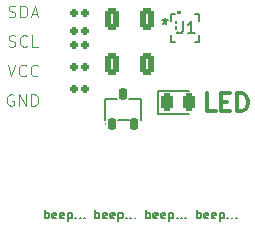
<source format=gbr>
%TF.GenerationSoftware,KiCad,Pcbnew,9.0.0*%
%TF.CreationDate,2025-10-01T23:53:17-07:00*%
%TF.ProjectId,gc10nxbaro,67633130-6e78-4626-9172-6f2e6b696361,rev?*%
%TF.SameCoordinates,Original*%
%TF.FileFunction,Legend,Top*%
%TF.FilePolarity,Positive*%
%FSLAX46Y46*%
G04 Gerber Fmt 4.6, Leading zero omitted, Abs format (unit mm)*
G04 Created by KiCad (PCBNEW 9.0.0) date 2025-10-01 23:53:17*
%MOMM*%
%LPD*%
G01*
G04 APERTURE LIST*
G04 Aperture macros list*
%AMRoundRect*
0 Rectangle with rounded corners*
0 $1 Rounding radius*
0 $2 $3 $4 $5 $6 $7 $8 $9 X,Y pos of 4 corners*
0 Add a 4 corners polygon primitive as box body*
4,1,4,$2,$3,$4,$5,$6,$7,$8,$9,$2,$3,0*
0 Add four circle primitives for the rounded corners*
1,1,$1+$1,$2,$3*
1,1,$1+$1,$4,$5*
1,1,$1+$1,$6,$7*
1,1,$1+$1,$8,$9*
0 Add four rect primitives between the rounded corners*
20,1,$1+$1,$2,$3,$4,$5,0*
20,1,$1+$1,$4,$5,$6,$7,0*
20,1,$1+$1,$6,$7,$8,$9,0*
20,1,$1+$1,$8,$9,$2,$3,0*%
G04 Aperture macros list end*
%ADD10C,0.100000*%
%ADD11C,0.187500*%
%ADD12C,0.300000*%
%ADD13C,0.150000*%
%ADD14C,0.152400*%
%ADD15C,0.000000*%
%ADD16RoundRect,0.159000X-0.159000X-0.189000X0.159000X-0.189000X0.159000X0.189000X-0.159000X0.189000X0*%
%ADD17RoundRect,0.266521X-0.346479X-0.671479X0.346479X-0.671479X0.346479X0.671479X-0.346479X0.671479X0*%
%ADD18RoundRect,0.261500X-0.261500X-0.476500X0.261500X-0.476500X0.261500X0.476500X-0.261500X0.476500X0*%
%ADD19RoundRect,0.159000X0.159000X0.189000X-0.159000X0.189000X-0.159000X-0.189000X0.159000X-0.189000X0*%
%ADD20C,2.200000*%
%ADD21RoundRect,0.150000X-0.150000X0.385000X-0.150000X-0.385000X0.150000X-0.385000X0.150000X0.385000X0*%
%ADD22R,0.279400X0.254000*%
%ADD23R,0.254000X0.279400*%
%ADD24R,1.700000X1.700000*%
%ADD25O,1.700000X1.700000*%
G04 APERTURE END LIST*
D10*
X128756265Y-68824800D02*
X128899122Y-68872419D01*
X128899122Y-68872419D02*
X129137217Y-68872419D01*
X129137217Y-68872419D02*
X129232455Y-68824800D01*
X129232455Y-68824800D02*
X129280074Y-68777180D01*
X129280074Y-68777180D02*
X129327693Y-68681942D01*
X129327693Y-68681942D02*
X129327693Y-68586704D01*
X129327693Y-68586704D02*
X129280074Y-68491466D01*
X129280074Y-68491466D02*
X129232455Y-68443847D01*
X129232455Y-68443847D02*
X129137217Y-68396228D01*
X129137217Y-68396228D02*
X128946741Y-68348609D01*
X128946741Y-68348609D02*
X128851503Y-68300990D01*
X128851503Y-68300990D02*
X128803884Y-68253371D01*
X128803884Y-68253371D02*
X128756265Y-68158133D01*
X128756265Y-68158133D02*
X128756265Y-68062895D01*
X128756265Y-68062895D02*
X128803884Y-67967657D01*
X128803884Y-67967657D02*
X128851503Y-67920038D01*
X128851503Y-67920038D02*
X128946741Y-67872419D01*
X128946741Y-67872419D02*
X129184836Y-67872419D01*
X129184836Y-67872419D02*
X129327693Y-67920038D01*
X130327693Y-68777180D02*
X130280074Y-68824800D01*
X130280074Y-68824800D02*
X130137217Y-68872419D01*
X130137217Y-68872419D02*
X130041979Y-68872419D01*
X130041979Y-68872419D02*
X129899122Y-68824800D01*
X129899122Y-68824800D02*
X129803884Y-68729561D01*
X129803884Y-68729561D02*
X129756265Y-68634323D01*
X129756265Y-68634323D02*
X129708646Y-68443847D01*
X129708646Y-68443847D02*
X129708646Y-68300990D01*
X129708646Y-68300990D02*
X129756265Y-68110514D01*
X129756265Y-68110514D02*
X129803884Y-68015276D01*
X129803884Y-68015276D02*
X129899122Y-67920038D01*
X129899122Y-67920038D02*
X130041979Y-67872419D01*
X130041979Y-67872419D02*
X130137217Y-67872419D01*
X130137217Y-67872419D02*
X130280074Y-67920038D01*
X130280074Y-67920038D02*
X130327693Y-67967657D01*
X131232455Y-68872419D02*
X130756265Y-68872419D01*
X130756265Y-68872419D02*
X130756265Y-67872419D01*
X129157693Y-72920038D02*
X129062455Y-72872419D01*
X129062455Y-72872419D02*
X128919598Y-72872419D01*
X128919598Y-72872419D02*
X128776741Y-72920038D01*
X128776741Y-72920038D02*
X128681503Y-73015276D01*
X128681503Y-73015276D02*
X128633884Y-73110514D01*
X128633884Y-73110514D02*
X128586265Y-73300990D01*
X128586265Y-73300990D02*
X128586265Y-73443847D01*
X128586265Y-73443847D02*
X128633884Y-73634323D01*
X128633884Y-73634323D02*
X128681503Y-73729561D01*
X128681503Y-73729561D02*
X128776741Y-73824800D01*
X128776741Y-73824800D02*
X128919598Y-73872419D01*
X128919598Y-73872419D02*
X129014836Y-73872419D01*
X129014836Y-73872419D02*
X129157693Y-73824800D01*
X129157693Y-73824800D02*
X129205312Y-73777180D01*
X129205312Y-73777180D02*
X129205312Y-73443847D01*
X129205312Y-73443847D02*
X129014836Y-73443847D01*
X129633884Y-73872419D02*
X129633884Y-72872419D01*
X129633884Y-72872419D02*
X130205312Y-73872419D01*
X130205312Y-73872419D02*
X130205312Y-72872419D01*
X130681503Y-73872419D02*
X130681503Y-72872419D01*
X130681503Y-72872419D02*
X130919598Y-72872419D01*
X130919598Y-72872419D02*
X131062455Y-72920038D01*
X131062455Y-72920038D02*
X131157693Y-73015276D01*
X131157693Y-73015276D02*
X131205312Y-73110514D01*
X131205312Y-73110514D02*
X131252931Y-73300990D01*
X131252931Y-73300990D02*
X131252931Y-73443847D01*
X131252931Y-73443847D02*
X131205312Y-73634323D01*
X131205312Y-73634323D02*
X131157693Y-73729561D01*
X131157693Y-73729561D02*
X131062455Y-73824800D01*
X131062455Y-73824800D02*
X130919598Y-73872419D01*
X130919598Y-73872419D02*
X130681503Y-73872419D01*
X128661027Y-70372419D02*
X128994360Y-71372419D01*
X128994360Y-71372419D02*
X129327693Y-70372419D01*
X130232455Y-71277180D02*
X130184836Y-71324800D01*
X130184836Y-71324800D02*
X130041979Y-71372419D01*
X130041979Y-71372419D02*
X129946741Y-71372419D01*
X129946741Y-71372419D02*
X129803884Y-71324800D01*
X129803884Y-71324800D02*
X129708646Y-71229561D01*
X129708646Y-71229561D02*
X129661027Y-71134323D01*
X129661027Y-71134323D02*
X129613408Y-70943847D01*
X129613408Y-70943847D02*
X129613408Y-70800990D01*
X129613408Y-70800990D02*
X129661027Y-70610514D01*
X129661027Y-70610514D02*
X129708646Y-70515276D01*
X129708646Y-70515276D02*
X129803884Y-70420038D01*
X129803884Y-70420038D02*
X129946741Y-70372419D01*
X129946741Y-70372419D02*
X130041979Y-70372419D01*
X130041979Y-70372419D02*
X130184836Y-70420038D01*
X130184836Y-70420038D02*
X130232455Y-70467657D01*
X131232455Y-71277180D02*
X131184836Y-71324800D01*
X131184836Y-71324800D02*
X131041979Y-71372419D01*
X131041979Y-71372419D02*
X130946741Y-71372419D01*
X130946741Y-71372419D02*
X130803884Y-71324800D01*
X130803884Y-71324800D02*
X130708646Y-71229561D01*
X130708646Y-71229561D02*
X130661027Y-71134323D01*
X130661027Y-71134323D02*
X130613408Y-70943847D01*
X130613408Y-70943847D02*
X130613408Y-70800990D01*
X130613408Y-70800990D02*
X130661027Y-70610514D01*
X130661027Y-70610514D02*
X130708646Y-70515276D01*
X130708646Y-70515276D02*
X130803884Y-70420038D01*
X130803884Y-70420038D02*
X130946741Y-70372419D01*
X130946741Y-70372419D02*
X131041979Y-70372419D01*
X131041979Y-70372419D02*
X131184836Y-70420038D01*
X131184836Y-70420038D02*
X131232455Y-70467657D01*
X128756265Y-66324800D02*
X128899122Y-66372419D01*
X128899122Y-66372419D02*
X129137217Y-66372419D01*
X129137217Y-66372419D02*
X129232455Y-66324800D01*
X129232455Y-66324800D02*
X129280074Y-66277180D01*
X129280074Y-66277180D02*
X129327693Y-66181942D01*
X129327693Y-66181942D02*
X129327693Y-66086704D01*
X129327693Y-66086704D02*
X129280074Y-65991466D01*
X129280074Y-65991466D02*
X129232455Y-65943847D01*
X129232455Y-65943847D02*
X129137217Y-65896228D01*
X129137217Y-65896228D02*
X128946741Y-65848609D01*
X128946741Y-65848609D02*
X128851503Y-65800990D01*
X128851503Y-65800990D02*
X128803884Y-65753371D01*
X128803884Y-65753371D02*
X128756265Y-65658133D01*
X128756265Y-65658133D02*
X128756265Y-65562895D01*
X128756265Y-65562895D02*
X128803884Y-65467657D01*
X128803884Y-65467657D02*
X128851503Y-65420038D01*
X128851503Y-65420038D02*
X128946741Y-65372419D01*
X128946741Y-65372419D02*
X129184836Y-65372419D01*
X129184836Y-65372419D02*
X129327693Y-65420038D01*
X129756265Y-66372419D02*
X129756265Y-65372419D01*
X129756265Y-65372419D02*
X129994360Y-65372419D01*
X129994360Y-65372419D02*
X130137217Y-65420038D01*
X130137217Y-65420038D02*
X130232455Y-65515276D01*
X130232455Y-65515276D02*
X130280074Y-65610514D01*
X130280074Y-65610514D02*
X130327693Y-65800990D01*
X130327693Y-65800990D02*
X130327693Y-65943847D01*
X130327693Y-65943847D02*
X130280074Y-66134323D01*
X130280074Y-66134323D02*
X130232455Y-66229561D01*
X130232455Y-66229561D02*
X130137217Y-66324800D01*
X130137217Y-66324800D02*
X129994360Y-66372419D01*
X129994360Y-66372419D02*
X129756265Y-66372419D01*
X130708646Y-66086704D02*
X131184836Y-66086704D01*
X130613408Y-66372419D02*
X130946741Y-65372419D01*
X130946741Y-65372419D02*
X131280074Y-66372419D01*
D11*
X131801926Y-83398464D02*
X131801926Y-82648464D01*
X131801926Y-82934178D02*
X131873355Y-82898464D01*
X131873355Y-82898464D02*
X132016212Y-82898464D01*
X132016212Y-82898464D02*
X132087640Y-82934178D01*
X132087640Y-82934178D02*
X132123355Y-82969892D01*
X132123355Y-82969892D02*
X132159069Y-83041321D01*
X132159069Y-83041321D02*
X132159069Y-83255607D01*
X132159069Y-83255607D02*
X132123355Y-83327035D01*
X132123355Y-83327035D02*
X132087640Y-83362750D01*
X132087640Y-83362750D02*
X132016212Y-83398464D01*
X132016212Y-83398464D02*
X131873355Y-83398464D01*
X131873355Y-83398464D02*
X131801926Y-83362750D01*
X132766211Y-83362750D02*
X132694783Y-83398464D01*
X132694783Y-83398464D02*
X132551926Y-83398464D01*
X132551926Y-83398464D02*
X132480497Y-83362750D01*
X132480497Y-83362750D02*
X132444783Y-83291321D01*
X132444783Y-83291321D02*
X132444783Y-83005607D01*
X132444783Y-83005607D02*
X132480497Y-82934178D01*
X132480497Y-82934178D02*
X132551926Y-82898464D01*
X132551926Y-82898464D02*
X132694783Y-82898464D01*
X132694783Y-82898464D02*
X132766211Y-82934178D01*
X132766211Y-82934178D02*
X132801926Y-83005607D01*
X132801926Y-83005607D02*
X132801926Y-83077035D01*
X132801926Y-83077035D02*
X132444783Y-83148464D01*
X133409068Y-83362750D02*
X133337640Y-83398464D01*
X133337640Y-83398464D02*
X133194783Y-83398464D01*
X133194783Y-83398464D02*
X133123354Y-83362750D01*
X133123354Y-83362750D02*
X133087640Y-83291321D01*
X133087640Y-83291321D02*
X133087640Y-83005607D01*
X133087640Y-83005607D02*
X133123354Y-82934178D01*
X133123354Y-82934178D02*
X133194783Y-82898464D01*
X133194783Y-82898464D02*
X133337640Y-82898464D01*
X133337640Y-82898464D02*
X133409068Y-82934178D01*
X133409068Y-82934178D02*
X133444783Y-83005607D01*
X133444783Y-83005607D02*
X133444783Y-83077035D01*
X133444783Y-83077035D02*
X133087640Y-83148464D01*
X133766211Y-82898464D02*
X133766211Y-83648464D01*
X133766211Y-82934178D02*
X133837640Y-82898464D01*
X133837640Y-82898464D02*
X133980497Y-82898464D01*
X133980497Y-82898464D02*
X134051925Y-82934178D01*
X134051925Y-82934178D02*
X134087640Y-82969892D01*
X134087640Y-82969892D02*
X134123354Y-83041321D01*
X134123354Y-83041321D02*
X134123354Y-83255607D01*
X134123354Y-83255607D02*
X134087640Y-83327035D01*
X134087640Y-83327035D02*
X134051925Y-83362750D01*
X134051925Y-83362750D02*
X133980497Y-83398464D01*
X133980497Y-83398464D02*
X133837640Y-83398464D01*
X133837640Y-83398464D02*
X133766211Y-83362750D01*
X134444782Y-83327035D02*
X134480496Y-83362750D01*
X134480496Y-83362750D02*
X134444782Y-83398464D01*
X134444782Y-83398464D02*
X134409068Y-83362750D01*
X134409068Y-83362750D02*
X134444782Y-83327035D01*
X134444782Y-83327035D02*
X134444782Y-83398464D01*
X134801925Y-83327035D02*
X134837639Y-83362750D01*
X134837639Y-83362750D02*
X134801925Y-83398464D01*
X134801925Y-83398464D02*
X134766211Y-83362750D01*
X134766211Y-83362750D02*
X134801925Y-83327035D01*
X134801925Y-83327035D02*
X134801925Y-83398464D01*
X135159068Y-83327035D02*
X135194782Y-83362750D01*
X135194782Y-83362750D02*
X135159068Y-83398464D01*
X135159068Y-83398464D02*
X135123354Y-83362750D01*
X135123354Y-83362750D02*
X135159068Y-83327035D01*
X135159068Y-83327035D02*
X135159068Y-83398464D01*
X136087640Y-83398464D02*
X136087640Y-82648464D01*
X136087640Y-82934178D02*
X136159069Y-82898464D01*
X136159069Y-82898464D02*
X136301926Y-82898464D01*
X136301926Y-82898464D02*
X136373354Y-82934178D01*
X136373354Y-82934178D02*
X136409069Y-82969892D01*
X136409069Y-82969892D02*
X136444783Y-83041321D01*
X136444783Y-83041321D02*
X136444783Y-83255607D01*
X136444783Y-83255607D02*
X136409069Y-83327035D01*
X136409069Y-83327035D02*
X136373354Y-83362750D01*
X136373354Y-83362750D02*
X136301926Y-83398464D01*
X136301926Y-83398464D02*
X136159069Y-83398464D01*
X136159069Y-83398464D02*
X136087640Y-83362750D01*
X137051925Y-83362750D02*
X136980497Y-83398464D01*
X136980497Y-83398464D02*
X136837640Y-83398464D01*
X136837640Y-83398464D02*
X136766211Y-83362750D01*
X136766211Y-83362750D02*
X136730497Y-83291321D01*
X136730497Y-83291321D02*
X136730497Y-83005607D01*
X136730497Y-83005607D02*
X136766211Y-82934178D01*
X136766211Y-82934178D02*
X136837640Y-82898464D01*
X136837640Y-82898464D02*
X136980497Y-82898464D01*
X136980497Y-82898464D02*
X137051925Y-82934178D01*
X137051925Y-82934178D02*
X137087640Y-83005607D01*
X137087640Y-83005607D02*
X137087640Y-83077035D01*
X137087640Y-83077035D02*
X136730497Y-83148464D01*
X137694782Y-83362750D02*
X137623354Y-83398464D01*
X137623354Y-83398464D02*
X137480497Y-83398464D01*
X137480497Y-83398464D02*
X137409068Y-83362750D01*
X137409068Y-83362750D02*
X137373354Y-83291321D01*
X137373354Y-83291321D02*
X137373354Y-83005607D01*
X137373354Y-83005607D02*
X137409068Y-82934178D01*
X137409068Y-82934178D02*
X137480497Y-82898464D01*
X137480497Y-82898464D02*
X137623354Y-82898464D01*
X137623354Y-82898464D02*
X137694782Y-82934178D01*
X137694782Y-82934178D02*
X137730497Y-83005607D01*
X137730497Y-83005607D02*
X137730497Y-83077035D01*
X137730497Y-83077035D02*
X137373354Y-83148464D01*
X138051925Y-82898464D02*
X138051925Y-83648464D01*
X138051925Y-82934178D02*
X138123354Y-82898464D01*
X138123354Y-82898464D02*
X138266211Y-82898464D01*
X138266211Y-82898464D02*
X138337639Y-82934178D01*
X138337639Y-82934178D02*
X138373354Y-82969892D01*
X138373354Y-82969892D02*
X138409068Y-83041321D01*
X138409068Y-83041321D02*
X138409068Y-83255607D01*
X138409068Y-83255607D02*
X138373354Y-83327035D01*
X138373354Y-83327035D02*
X138337639Y-83362750D01*
X138337639Y-83362750D02*
X138266211Y-83398464D01*
X138266211Y-83398464D02*
X138123354Y-83398464D01*
X138123354Y-83398464D02*
X138051925Y-83362750D01*
X138730496Y-83327035D02*
X138766210Y-83362750D01*
X138766210Y-83362750D02*
X138730496Y-83398464D01*
X138730496Y-83398464D02*
X138694782Y-83362750D01*
X138694782Y-83362750D02*
X138730496Y-83327035D01*
X138730496Y-83327035D02*
X138730496Y-83398464D01*
X139087639Y-83327035D02*
X139123353Y-83362750D01*
X139123353Y-83362750D02*
X139087639Y-83398464D01*
X139087639Y-83398464D02*
X139051925Y-83362750D01*
X139051925Y-83362750D02*
X139087639Y-83327035D01*
X139087639Y-83327035D02*
X139087639Y-83398464D01*
X139444782Y-83327035D02*
X139480496Y-83362750D01*
X139480496Y-83362750D02*
X139444782Y-83398464D01*
X139444782Y-83398464D02*
X139409068Y-83362750D01*
X139409068Y-83362750D02*
X139444782Y-83327035D01*
X139444782Y-83327035D02*
X139444782Y-83398464D01*
X140373354Y-83398464D02*
X140373354Y-82648464D01*
X140373354Y-82934178D02*
X140444783Y-82898464D01*
X140444783Y-82898464D02*
X140587640Y-82898464D01*
X140587640Y-82898464D02*
X140659068Y-82934178D01*
X140659068Y-82934178D02*
X140694783Y-82969892D01*
X140694783Y-82969892D02*
X140730497Y-83041321D01*
X140730497Y-83041321D02*
X140730497Y-83255607D01*
X140730497Y-83255607D02*
X140694783Y-83327035D01*
X140694783Y-83327035D02*
X140659068Y-83362750D01*
X140659068Y-83362750D02*
X140587640Y-83398464D01*
X140587640Y-83398464D02*
X140444783Y-83398464D01*
X140444783Y-83398464D02*
X140373354Y-83362750D01*
X141337639Y-83362750D02*
X141266211Y-83398464D01*
X141266211Y-83398464D02*
X141123354Y-83398464D01*
X141123354Y-83398464D02*
X141051925Y-83362750D01*
X141051925Y-83362750D02*
X141016211Y-83291321D01*
X141016211Y-83291321D02*
X141016211Y-83005607D01*
X141016211Y-83005607D02*
X141051925Y-82934178D01*
X141051925Y-82934178D02*
X141123354Y-82898464D01*
X141123354Y-82898464D02*
X141266211Y-82898464D01*
X141266211Y-82898464D02*
X141337639Y-82934178D01*
X141337639Y-82934178D02*
X141373354Y-83005607D01*
X141373354Y-83005607D02*
X141373354Y-83077035D01*
X141373354Y-83077035D02*
X141016211Y-83148464D01*
X141980496Y-83362750D02*
X141909068Y-83398464D01*
X141909068Y-83398464D02*
X141766211Y-83398464D01*
X141766211Y-83398464D02*
X141694782Y-83362750D01*
X141694782Y-83362750D02*
X141659068Y-83291321D01*
X141659068Y-83291321D02*
X141659068Y-83005607D01*
X141659068Y-83005607D02*
X141694782Y-82934178D01*
X141694782Y-82934178D02*
X141766211Y-82898464D01*
X141766211Y-82898464D02*
X141909068Y-82898464D01*
X141909068Y-82898464D02*
X141980496Y-82934178D01*
X141980496Y-82934178D02*
X142016211Y-83005607D01*
X142016211Y-83005607D02*
X142016211Y-83077035D01*
X142016211Y-83077035D02*
X141659068Y-83148464D01*
X142337639Y-82898464D02*
X142337639Y-83648464D01*
X142337639Y-82934178D02*
X142409068Y-82898464D01*
X142409068Y-82898464D02*
X142551925Y-82898464D01*
X142551925Y-82898464D02*
X142623353Y-82934178D01*
X142623353Y-82934178D02*
X142659068Y-82969892D01*
X142659068Y-82969892D02*
X142694782Y-83041321D01*
X142694782Y-83041321D02*
X142694782Y-83255607D01*
X142694782Y-83255607D02*
X142659068Y-83327035D01*
X142659068Y-83327035D02*
X142623353Y-83362750D01*
X142623353Y-83362750D02*
X142551925Y-83398464D01*
X142551925Y-83398464D02*
X142409068Y-83398464D01*
X142409068Y-83398464D02*
X142337639Y-83362750D01*
X143016210Y-83327035D02*
X143051924Y-83362750D01*
X143051924Y-83362750D02*
X143016210Y-83398464D01*
X143016210Y-83398464D02*
X142980496Y-83362750D01*
X142980496Y-83362750D02*
X143016210Y-83327035D01*
X143016210Y-83327035D02*
X143016210Y-83398464D01*
X143373353Y-83327035D02*
X143409067Y-83362750D01*
X143409067Y-83362750D02*
X143373353Y-83398464D01*
X143373353Y-83398464D02*
X143337639Y-83362750D01*
X143337639Y-83362750D02*
X143373353Y-83327035D01*
X143373353Y-83327035D02*
X143373353Y-83398464D01*
X143730496Y-83327035D02*
X143766210Y-83362750D01*
X143766210Y-83362750D02*
X143730496Y-83398464D01*
X143730496Y-83398464D02*
X143694782Y-83362750D01*
X143694782Y-83362750D02*
X143730496Y-83327035D01*
X143730496Y-83327035D02*
X143730496Y-83398464D01*
X144659068Y-83398464D02*
X144659068Y-82648464D01*
X144659068Y-82934178D02*
X144730497Y-82898464D01*
X144730497Y-82898464D02*
X144873354Y-82898464D01*
X144873354Y-82898464D02*
X144944782Y-82934178D01*
X144944782Y-82934178D02*
X144980497Y-82969892D01*
X144980497Y-82969892D02*
X145016211Y-83041321D01*
X145016211Y-83041321D02*
X145016211Y-83255607D01*
X145016211Y-83255607D02*
X144980497Y-83327035D01*
X144980497Y-83327035D02*
X144944782Y-83362750D01*
X144944782Y-83362750D02*
X144873354Y-83398464D01*
X144873354Y-83398464D02*
X144730497Y-83398464D01*
X144730497Y-83398464D02*
X144659068Y-83362750D01*
X145623353Y-83362750D02*
X145551925Y-83398464D01*
X145551925Y-83398464D02*
X145409068Y-83398464D01*
X145409068Y-83398464D02*
X145337639Y-83362750D01*
X145337639Y-83362750D02*
X145301925Y-83291321D01*
X145301925Y-83291321D02*
X145301925Y-83005607D01*
X145301925Y-83005607D02*
X145337639Y-82934178D01*
X145337639Y-82934178D02*
X145409068Y-82898464D01*
X145409068Y-82898464D02*
X145551925Y-82898464D01*
X145551925Y-82898464D02*
X145623353Y-82934178D01*
X145623353Y-82934178D02*
X145659068Y-83005607D01*
X145659068Y-83005607D02*
X145659068Y-83077035D01*
X145659068Y-83077035D02*
X145301925Y-83148464D01*
X146266210Y-83362750D02*
X146194782Y-83398464D01*
X146194782Y-83398464D02*
X146051925Y-83398464D01*
X146051925Y-83398464D02*
X145980496Y-83362750D01*
X145980496Y-83362750D02*
X145944782Y-83291321D01*
X145944782Y-83291321D02*
X145944782Y-83005607D01*
X145944782Y-83005607D02*
X145980496Y-82934178D01*
X145980496Y-82934178D02*
X146051925Y-82898464D01*
X146051925Y-82898464D02*
X146194782Y-82898464D01*
X146194782Y-82898464D02*
X146266210Y-82934178D01*
X146266210Y-82934178D02*
X146301925Y-83005607D01*
X146301925Y-83005607D02*
X146301925Y-83077035D01*
X146301925Y-83077035D02*
X145944782Y-83148464D01*
X146623353Y-82898464D02*
X146623353Y-83648464D01*
X146623353Y-82934178D02*
X146694782Y-82898464D01*
X146694782Y-82898464D02*
X146837639Y-82898464D01*
X146837639Y-82898464D02*
X146909067Y-82934178D01*
X146909067Y-82934178D02*
X146944782Y-82969892D01*
X146944782Y-82969892D02*
X146980496Y-83041321D01*
X146980496Y-83041321D02*
X146980496Y-83255607D01*
X146980496Y-83255607D02*
X146944782Y-83327035D01*
X146944782Y-83327035D02*
X146909067Y-83362750D01*
X146909067Y-83362750D02*
X146837639Y-83398464D01*
X146837639Y-83398464D02*
X146694782Y-83398464D01*
X146694782Y-83398464D02*
X146623353Y-83362750D01*
X147301924Y-83327035D02*
X147337638Y-83362750D01*
X147337638Y-83362750D02*
X147301924Y-83398464D01*
X147301924Y-83398464D02*
X147266210Y-83362750D01*
X147266210Y-83362750D02*
X147301924Y-83327035D01*
X147301924Y-83327035D02*
X147301924Y-83398464D01*
X147659067Y-83327035D02*
X147694781Y-83362750D01*
X147694781Y-83362750D02*
X147659067Y-83398464D01*
X147659067Y-83398464D02*
X147623353Y-83362750D01*
X147623353Y-83362750D02*
X147659067Y-83327035D01*
X147659067Y-83327035D02*
X147659067Y-83398464D01*
X148016210Y-83327035D02*
X148051924Y-83362750D01*
X148051924Y-83362750D02*
X148016210Y-83398464D01*
X148016210Y-83398464D02*
X147980496Y-83362750D01*
X147980496Y-83362750D02*
X148016210Y-83327035D01*
X148016210Y-83327035D02*
X148016210Y-83398464D01*
D12*
X146268796Y-74300828D02*
X145554510Y-74300828D01*
X145554510Y-74300828D02*
X145554510Y-72800828D01*
X146768796Y-73515114D02*
X147268796Y-73515114D01*
X147483082Y-74300828D02*
X146768796Y-74300828D01*
X146768796Y-74300828D02*
X146768796Y-72800828D01*
X146768796Y-72800828D02*
X147483082Y-72800828D01*
X148125939Y-74300828D02*
X148125939Y-72800828D01*
X148125939Y-72800828D02*
X148483082Y-72800828D01*
X148483082Y-72800828D02*
X148697368Y-72872257D01*
X148697368Y-72872257D02*
X148840225Y-73015114D01*
X148840225Y-73015114D02*
X148911654Y-73157971D01*
X148911654Y-73157971D02*
X148983082Y-73443685D01*
X148983082Y-73443685D02*
X148983082Y-73657971D01*
X148983082Y-73657971D02*
X148911654Y-73943685D01*
X148911654Y-73943685D02*
X148840225Y-74086542D01*
X148840225Y-74086542D02*
X148697368Y-74229400D01*
X148697368Y-74229400D02*
X148483082Y-74300828D01*
X148483082Y-74300828D02*
X148125939Y-74300828D01*
D13*
X142921995Y-66714919D02*
X142921995Y-67524442D01*
X142921995Y-67524442D02*
X142969614Y-67619680D01*
X142969614Y-67619680D02*
X143017233Y-67667300D01*
X143017233Y-67667300D02*
X143112471Y-67714919D01*
X143112471Y-67714919D02*
X143302947Y-67714919D01*
X143302947Y-67714919D02*
X143398185Y-67667300D01*
X143398185Y-67667300D02*
X143445804Y-67619680D01*
X143445804Y-67619680D02*
X143493423Y-67524442D01*
X143493423Y-67524442D02*
X143493423Y-66714919D01*
X144493423Y-67714919D02*
X143921995Y-67714919D01*
X144207709Y-67714919D02*
X144207709Y-66714919D01*
X144207709Y-66714919D02*
X144112471Y-66857776D01*
X144112471Y-66857776D02*
X144017233Y-66953014D01*
X144017233Y-66953014D02*
X143921995Y-67000633D01*
X141969400Y-66464919D02*
X141969400Y-66703014D01*
X141731305Y-66607776D02*
X141969400Y-66703014D01*
X141969400Y-66703014D02*
X142207495Y-66607776D01*
X141826543Y-66893490D02*
X141969400Y-66703014D01*
X141969400Y-66703014D02*
X142112257Y-66893490D01*
X141969400Y-66464919D02*
X141969400Y-66703014D01*
X141731305Y-66607776D02*
X141969400Y-66703014D01*
X141969400Y-66703014D02*
X142207495Y-66607776D01*
X141826543Y-66893490D02*
X141969400Y-66703014D01*
X141969400Y-66703014D02*
X142112257Y-66893490D01*
%TO.C,D1*%
X141370000Y-72600000D02*
X141370000Y-74520000D01*
X141370000Y-74520000D02*
X144060000Y-74520000D01*
X144060000Y-72600000D02*
X141370000Y-72600000D01*
%TO.C,U2*%
X136910000Y-73260000D02*
X137960000Y-73260000D01*
X136910000Y-75020000D02*
X136910000Y-73260000D01*
X138910000Y-75020000D02*
X137990000Y-75020000D01*
X139990000Y-73260000D02*
X138940000Y-73260000D01*
X139990000Y-75020000D02*
X139990000Y-73260000D01*
X136980000Y-75390000D02*
G75*
G02*
X136920000Y-75390000I-30000J0D01*
G01*
X136920000Y-75390000D02*
G75*
G02*
X136980000Y-75390000I30000J0D01*
G01*
D14*
%TO.C,U1*%
X142528200Y-66104400D02*
X142528200Y-66641320D01*
X142528200Y-67878880D02*
X142528200Y-68415800D01*
X142528200Y-68415800D02*
X142815120Y-68415800D01*
X142815120Y-66104400D02*
X142528200Y-66104400D01*
X144552680Y-68415800D02*
X144839600Y-68415800D01*
X144839600Y-66104400D02*
X144552680Y-66104400D01*
X144839600Y-66641320D02*
X144839600Y-66104400D01*
X144839600Y-68415800D02*
X144839600Y-67878880D01*
D15*
G36*
X143374401Y-66079000D02*
G01*
X142993401Y-66079000D01*
X142993401Y-65825000D01*
X143374401Y-65825000D01*
X143374401Y-66079000D01*
G37*
%TD*%
%LPC*%
D16*
%TO.C,C1*%
X134250000Y-68750000D03*
X135250000Y-68750000D03*
%TD*%
D17*
%TO.C,C4*%
X137520000Y-70350000D03*
X140480000Y-70350000D03*
%TD*%
D18*
%TO.C,D1*%
X142120000Y-73560000D03*
X144000000Y-73560000D03*
%TD*%
D19*
%TO.C,R1*%
X135250000Y-72450000D03*
X134250000Y-72450000D03*
%TD*%
D20*
%TO.C,H2*%
X151583200Y-81650000D03*
%TD*%
D17*
%TO.C,C3*%
X137520000Y-66500000D03*
X140480000Y-66500000D03*
%TD*%
D19*
%TO.C,R2*%
X135250000Y-67500000D03*
X134250000Y-67500000D03*
%TD*%
D21*
%TO.C,U2*%
X137500000Y-75380000D03*
X139400000Y-75380000D03*
X138450000Y-72900000D03*
%TD*%
D16*
%TO.C,R3*%
X134250000Y-66000000D03*
X135250000Y-66000000D03*
%TD*%
D20*
%TO.C,H1*%
X151583200Y-58350000D03*
%TD*%
D22*
%TO.C,U1*%
X142896500Y-67010100D03*
X142896500Y-67510100D03*
D23*
X143183901Y-68047500D03*
X143683900Y-68047500D03*
X144183899Y-68047500D03*
D22*
X144471300Y-67510100D03*
X144471300Y-67010100D03*
D23*
X144183899Y-66472700D03*
X143683900Y-66472700D03*
X143183901Y-66472700D03*
%TD*%
D19*
%TO.C,C2*%
X135250000Y-70600000D03*
X134250000Y-70600000D03*
%TD*%
D24*
%TO.C,J1*%
X127000000Y-66200000D03*
D25*
X127000000Y-68740000D03*
X127000000Y-71280000D03*
X127000000Y-73820000D03*
%TD*%
%LPD*%
M02*

</source>
